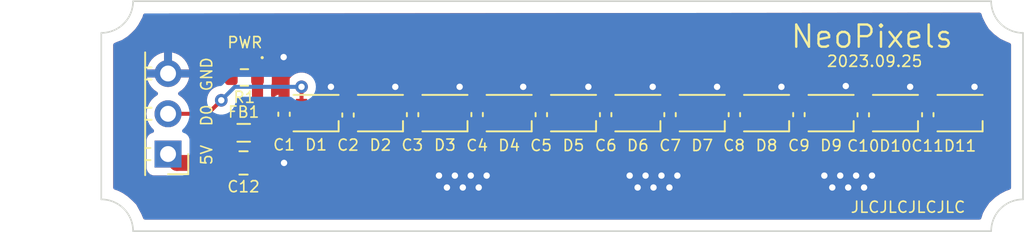
<source format=kicad_pcb>
(kicad_pcb (version 20221018) (generator pcbnew)
  (layers (0 "F.Cu" signal) (31 "B.Cu" signal) (34 "B.Paste" user) (35 "F.Paste" user) (36 "B.SilkS" user "B.Silkscreen") (37 "F.SilkS" user "F.Silkscreen") (38 "B.Mask" user) (39 "F.Mask" user) (44 "Edge.Cuts" user))
  (net 0 "")
  (net 1 "+5V")
  (net 2 "GND")
  (net 3 "Net-(D1-DOUT)")
  (net 4 "D0")
  (net 5 "Net-(D2-DOUT)")
  (net 6 "Net-(D3-DOUT)")
  (net 7 "Net-(D4-DOUT)")
  (net 8 "Net-(D5-DOUT)")
  (net 9 "Net-(D6-DOUT)")
  (net 10 "Net-(D7-DOUT)")
  (net 11 "Net-(D8-DOUT)")
  (net 12 "Net-(D10-DIN)")
  (net 13 "Net-(D10-DOUT)")
  (net 14 "/NeoPixels 1|11/DOUT")
  (net 15 "Net-(J1-Pin_1)")
  (net 16 "Net-(D14-A)")
  (footprint "LED_SMD:LED_WS2812B-2020_PLCC4_2.0x2.0mm" (layer "F.Cu") (at 236.365 110.56 180)
    (fp_text reference "D8" (at 0 -2.04) (layer "F.SilkS") (effects (font (size 0.7 0.7) (thickness 0.1))))
    (fp_text value "WS2812B" hide)
    (fp_line (start -1.42 -1.15) (end -1.42 -0.5) (stroke (width 0.12)) (layer "F.SilkS"))
    (fp_line (start -1.42 -1.15) (end 1.42 -1.15) (stroke (width 0.12)) (layer "F.SilkS"))
    (fp_line (start -1.42 1.15) (end 1.42 1.15) (stroke (width 0.12)) (layer "F.SilkS"))
    (pad "1" smd rect (at -0.915 -0.55 180) (size 0.7 0.7) (layers "F.Cu" "F.Paste" "F.Mask") (net 11 "Net-(D8-DOUT)"))
    (pad "2" smd rect (at -0.915 0.55 180) (size 0.7 0.7) (layers "F.Cu" "F.Paste" "F.Mask") (net 2 "GND"))
    (pad "3" smd rect (at 0.915 0.55 180) (size 0.7 0.7) (layers "F.Cu" "F.Paste" "F.Mask") (net 10 "Net-(D7-DOUT)"))
    (pad "4" smd rect (at 0.915 -0.55 180) (size 0.7 0.7) (layers "F.Cu" "F.Paste" "F.Mask") (net 1 "+5V"))
  )
  (footprint "LED_SMD:LED_WS2812B-2020_PLCC4_2.0x2.0mm" (layer "F.Cu") (at 232.315 110.56 180)
    (fp_text reference "D7" (at 0 -2.04) (layer "F.SilkS") (effects (font (size 0.7 0.7) (thickness 0.1))))
    (fp_text value "WS2812B" hide)
    (fp_line (start -1.42 -1.15) (end -1.42 -0.5) (stroke (width 0.12)) (layer "F.SilkS"))
    (fp_line (start -1.42 -1.15) (end 1.42 -1.15) (stroke (width 0.12)) (layer "F.SilkS"))
    (fp_line (start -1.42 1.15) (end 1.42 1.15) (stroke (width 0.12)) (layer "F.SilkS"))
    (pad "1" smd rect (at -0.915 -0.55 180) (size 0.7 0.7) (layers "F.Cu" "F.Paste" "F.Mask") (net 10 "Net-(D7-DOUT)"))
    (pad "2" smd rect (at -0.915 0.55 180) (size 0.7 0.7) (layers "F.Cu" "F.Paste" "F.Mask") (net 2 "GND"))
    (pad "3" smd rect (at 0.915 0.55 180) (size 0.7 0.7) (layers "F.Cu" "F.Paste" "F.Mask") (net 9 "Net-(D6-DOUT)"))
    (pad "4" smd rect (at 0.915 -0.55 180) (size 0.7 0.7) (layers "F.Cu" "F.Paste" "F.Mask") (net 1 "+5V"))
  )
  (footprint "Capacitor_SMD:C_0402_1005Metric" (layer "F.Cu") (at 214.09 110.655 90)
    (fp_text reference "C3" (at -1.92 -0.015 180) (layer "F.SilkS") (effects (font (size 0.7 0.7) (thickness 0.1))))
    (fp_text value "100n" hide)
    (fp_line (start -0.107836 -0.36) (end 0.107836 -0.36) (stroke (width 0.12)) (layer "F.SilkS"))
    (fp_line (start -0.107836 0.36) (end 0.107836 0.36) (stroke (width 0.12)) (layer "F.SilkS"))
    (pad "1" smd roundrect (at -0.48 0 90) (size 0.56 0.62) (layers "F.Cu" "F.Paste" "F.Mask") (net 1 "+5V"))
    (pad "2" smd roundrect (at 0.48 0 90) (size 0.56 0.62) (layers "F.Cu" "F.Paste" "F.Mask") (net 2 "GND"))
  )
  (footprint "Capacitor_SMD:C_0402_1005Metric" (layer "F.Cu") (at 222.19 110.655 90)
    (fp_text reference "C5" (at -1.945 -0.015 180) (layer "F.SilkS") (effects (font (size 0.7 0.7) (thickness 0.1))))
    (fp_text value "100n" hide)
    (fp_line (start -0.107836 -0.36) (end 0.107836 -0.36) (stroke (width 0.12)) (layer "F.SilkS"))
    (fp_line (start -0.107836 0.36) (end 0.107836 0.36) (stroke (width 0.12)) (layer "F.SilkS"))
    (pad "1" smd roundrect (at -0.48 0 90) (size 0.56 0.62) (layers "F.Cu" "F.Paste" "F.Mask") (net 1 "+5V"))
    (pad "2" smd roundrect (at 0.48 0 90) (size 0.56 0.62) (layers "F.Cu" "F.Paste" "F.Mask") (net 2 "GND"))
  )
  (footprint "Capacitor_SMD:C_0402_1005Metric" (layer "F.Cu") (at 210.025 110.68 90)
    (fp_text reference "C2" (at -1.895 0 180) (layer "F.SilkS") (effects (font (size 0.7 0.7) (thickness 0.1))))
    (fp_text value "100n" hide)
    (fp_line (start -0.107836 -0.36) (end 0.107836 -0.36) (stroke (width 0.12)) (layer "F.SilkS"))
    (fp_line (start -0.107836 0.36) (end 0.107836 0.36) (stroke (width 0.12)) (layer "F.SilkS"))
    (pad "1" smd roundrect (at -0.48 0 90) (size 0.56 0.62) (layers "F.Cu" "F.Paste" "F.Mask") (net 1 "+5V"))
    (pad "2" smd roundrect (at 0.48 0 90) (size 0.56 0.62) (layers "F.Cu" "F.Paste" "F.Mask") (net 2 "GND"))
  )
  (footprint "Capacitor_SMD:C_0805_2012Metric" (layer "F.Cu") (at 203.45 113.7 180)
    (fp_text reference "C12" (at 0 -1.5 180) (layer "F.SilkS") (effects (font (size 0.7 0.7) (thickness 0.1))))
    (fp_text value "10u" hide)
    (fp_line (start -0.261252 -0.735) (end 0.261252 -0.735) (stroke (width 0.12)) (layer "F.SilkS"))
    (fp_line (start -0.261252 0.735) (end 0.261252 0.735) (stroke (width 0.12)) (layer "F.SilkS"))
    (pad "1" smd roundrect (at -0.95 0 180) (size 1 1.45) (layers "F.Cu" "F.Paste" "F.Mask") (net 2 "GND"))
    (pad "2" smd roundrect (at 0.95 0 180) (size 1 1.45) (layers "F.Cu" "F.Paste" "F.Mask") (net 15 "Net-(J1-Pin_1)"))
  )
  (footprint "LED_SMD:LED_WS2812B-2020_PLCC4_2.0x2.0mm" (layer "F.Cu") (at 208.015 110.56 180)
    (fp_text reference "D1" (at 0 -2) (layer "F.SilkS") (effects (font (size 0.7 0.7) (thickness 0.1))))
    (fp_text value "WS2812B" hide)
    (fp_line (start -1.42 -1.15) (end -1.42 -0.5) (stroke (width 0.12)) (layer "F.SilkS"))
    (fp_line (start -1.42 -1.15) (end 1.42 -1.15) (stroke (width 0.12)) (layer "F.SilkS"))
    (fp_line (start -1.42 1.15) (end 1.42 1.15) (stroke (width 0.12)) (layer "F.SilkS"))
    (pad "1" smd rect (at -0.915 -0.55 180) (size 0.7 0.7) (layers "F.Cu" "F.Paste" "F.Mask") (net 3 "Net-(D1-DOUT)"))
    (pad "2" smd rect (at -0.915 0.55 180) (size 0.7 0.7) (layers "F.Cu" "F.Paste" "F.Mask") (net 2 "GND"))
    (pad "3" smd rect (at 0.915 0.55 180) (size 0.7 0.7) (layers "F.Cu" "F.Paste" "F.Mask") (net 4 "D0"))
    (pad "4" smd rect (at 0.915 -0.55 180) (size 0.7 0.7) (layers "F.Cu" "F.Paste" "F.Mask") (net 1 "+5V"))
  )
  (footprint "LED_SMD:LED_WS2812B-2020_PLCC4_2.0x2.0mm" (layer "F.Cu") (at 216.125 110.56 180)
    (fp_text reference "D3" (at 0 -2.015) (layer "F.SilkS") (effects (font (size 0.7 0.7) (thickness 0.1))))
    (fp_text value "WS2812B" hide)
    (fp_line (start -1.42 -1.15) (end -1.42 -0.5) (stroke (width 0.12)) (layer "F.SilkS"))
    (fp_line (start -1.42 -1.15) (end 1.42 -1.15) (stroke (width 0.12)) (layer "F.SilkS"))
    (fp_line (start -1.42 1.15) (end 1.42 1.15) (stroke (width 0.12)) (layer "F.SilkS"))
    (pad "1" smd rect (at -0.915 -0.55 180) (size 0.7 0.7) (layers "F.Cu" "F.Paste" "F.Mask") (net 6 "Net-(D3-DOUT)"))
    (pad "2" smd rect (at -0.915 0.55 180) (size 0.7 0.7) (layers "F.Cu" "F.Paste" "F.Mask") (net 2 "GND"))
    (pad "3" smd rect (at 0.915 0.55 180) (size 0.7 0.7) (layers "F.Cu" "F.Paste" "F.Mask") (net 5 "Net-(D2-DOUT)"))
    (pad "4" smd rect (at 0.915 -0.55 180) (size 0.7 0.7) (layers "F.Cu" "F.Paste" "F.Mask") (net 1 "+5V"))
  )
  (footprint "LED_SMD:LED_WS2812B-2020_PLCC4_2.0x2.0mm" (layer "F.Cu") (at 244.475 110.56 180)
    (fp_text reference "D10" (at 0 -2.065) (layer "F.SilkS") (effects (font (size 0.7 0.7) (thickness 0.1))))
    (fp_text value "WS2812B" hide)
    (fp_line (start -1.42 -1.15) (end -1.42 -0.5) (stroke (width 0.12)) (layer "F.SilkS"))
    (fp_line (start -1.42 -1.15) (end 1.42 -1.15) (stroke (width 0.12)) (layer "F.SilkS"))
    (fp_line (start -1.42 1.15) (end 1.42 1.15) (stroke (width 0.12)) (layer "F.SilkS"))
    (pad "1" smd rect (at -0.915 -0.55 180) (size 0.7 0.7) (layers "F.Cu" "F.Paste" "F.Mask") (net 13 "Net-(D10-DOUT)"))
    (pad "2" smd rect (at -0.915 0.55 180) (size 0.7 0.7) (layers "F.Cu" "F.Paste" "F.Mask") (net 2 "GND"))
    (pad "3" smd rect (at 0.915 0.55 180) (size 0.7 0.7) (layers "F.Cu" "F.Paste" "F.Mask") (net 12 "Net-(D10-DIN)"))
    (pad "4" smd rect (at 0.915 -0.55 180) (size 0.7 0.7) (layers "F.Cu" "F.Paste" "F.Mask") (net 1 "+5V"))
  )
  (footprint "LED_SMD:LED_WS2812B-2020_PLCC4_2.0x2.0mm" (layer "F.Cu") (at 228.265 110.56 180)
    (fp_text reference "D6" (at 0 -2.04) (layer "F.SilkS") (effects (font (size 0.7 0.7) (thickness 0.1))))
    (fp_text value "WS2812B" hide)
    (fp_line (start -1.42 -1.15) (end -1.42 -0.5) (stroke (width 0.12)) (layer "F.SilkS"))
    (fp_line (start -1.42 -1.15) (end 1.42 -1.15) (stroke (width 0.12)) (layer "F.SilkS"))
    (fp_line (start -1.42 1.15) (end 1.42 1.15) (stroke (width 0.12)) (layer "F.SilkS"))
    (pad "1" smd rect (at -0.915 -0.55 180) (size 0.7 0.7) (layers "F.Cu" "F.Paste" "F.Mask") (net 9 "Net-(D6-DOUT)"))
    (pad "2" smd rect (at -0.915 0.55 180) (size 0.7 0.7) (layers "F.Cu" "F.Paste" "F.Mask") (net 2 "GND"))
    (pad "3" smd rect (at 0.915 0.55 180) (size 0.7 0.7) (layers "F.Cu" "F.Paste" "F.Mask") (net 8 "Net-(D5-DOUT)"))
    (pad "4" smd rect (at 0.915 -0.55 180) (size 0.7 0.7) (layers "F.Cu" "F.Paste" "F.Mask") (net 1 "+5V"))
  )
  (footprint "LED_SMD:LED_WS2812B-2020_PLCC4_2.0x2.0mm" (layer "F.Cu") (at 212.065 110.56 180)
    (fp_text reference "D2" (at 0 -2.015) (layer "F.SilkS") (effects (font (size 0.7 0.7) (thickness 0.1))))
    (fp_text value "WS2812B" hide)
    (fp_line (start -1.42 -1.15) (end -1.42 -0.5) (stroke (width 0.12)) (layer "F.SilkS"))
    (fp_line (start -1.42 -1.15) (end 1.42 -1.15) (stroke (width 0.12)) (layer "F.SilkS"))
    (fp_line (start -1.42 1.15) (end 1.42 1.15) (stroke (width 0.12)) (layer "F.SilkS"))
    (pad "1" smd rect (at -0.915 -0.55 180) (size 0.7 0.7) (layers "F.Cu" "F.Paste" "F.Mask") (net 5 "Net-(D2-DOUT)"))
    (pad "2" smd rect (at -0.915 0.55 180) (size 0.7 0.7) (layers "F.Cu" "F.Paste" "F.Mask") (net 2 "GND"))
    (pad "3" smd rect (at 0.915 0.55 180) (size 0.7 0.7) (layers "F.Cu" "F.Paste" "F.Mask") (net 3 "Net-(D1-DOUT)"))
    (pad "4" smd rect (at 0.915 -0.55 180) (size 0.7 0.7) (layers "F.Cu" "F.Paste" "F.Mask") (net 1 "+5V"))
  )
  (footprint "Capacitor_SMD:C_0402_1005Metric" (layer "F.Cu") (at 234.34 110.655 90)
    (fp_text reference "C8" (at -1.945 -0.015 180) (layer "F.SilkS") (effects (font (size 0.7 0.7) (thickness 0.1))))
    (fp_text value "100n" hide)
    (fp_line (start -0.107836 -0.36) (end 0.107836 -0.36) (stroke (width 0.12)) (layer "F.SilkS"))
    (fp_line (start -0.107836 0.36) (end 0.107836 0.36) (stroke (width 0.12)) (layer "F.SilkS"))
    (pad "1" smd roundrect (at -0.48 0 90) (size 0.56 0.62) (layers "F.Cu" "F.Paste" "F.Mask") (net 1 "+5V"))
    (pad "2" smd roundrect (at 0.48 0 90) (size 0.56 0.62) (layers "F.Cu" "F.Paste" "F.Mask") (net 2 "GND"))
  )
  (footprint "Capacitor_SMD:C_0402_1005Metric" (layer "F.Cu") (at 230.29 110.655 90)
    (fp_text reference "C7" (at -1.945 0.01 180) (layer "F.SilkS") (effects (font (size 0.7 0.7) (thickness 0.1))))
    (fp_text value "100n" hide)
    (fp_line (start -0.107836 -0.36) (end 0.107836 -0.36) (stroke (width 0.12)) (layer "F.SilkS"))
    (fp_line (start -0.107836 0.36) (end 0.107836 0.36) (stroke (width 0.12)) (layer "F.SilkS"))
    (pad "1" smd roundrect (at -0.48 0 90) (size 0.56 0.62) (layers "F.Cu" "F.Paste" "F.Mask") (net 1 "+5V"))
    (pad "2" smd roundrect (at 0.48 0 90) (size 0.56 0.62) (layers "F.Cu" "F.Paste" "F.Mask") (net 2 "GND"))
  )
  (footprint "Capacitor_SMD:C_0402_1005Metric" (layer "F.Cu") (at 246.51 110.66 90)
    (fp_text reference "C11" (at -1.965 -0.01 180) (layer "F.SilkS") (effects (font (size 0.7 0.7) (thickness 0.1))))
    (fp_text value "100n" hide)
    (fp_line (start -0.107836 -0.36) (end 0.107836 -0.36) (stroke (width 0.12)) (layer "F.SilkS"))
    (fp_line (start -0.107836 0.36) (end 0.107836 0.36) (stroke (width 0.12)) (layer "F.SilkS"))
    (pad "1" smd roundrect (at -0.48 0 90) (size 0.56 0.62) (layers "F.Cu" "F.Paste" "F.Mask") (net 1 "+5V"))
    (pad "2" smd roundrect (at 0.48 0 90) (size 0.56 0.62) (layers "F.Cu" "F.Paste" "F.Mask") (net 2 "GND"))
  )
  (footprint "Capacitor_SMD:C_0402_1005Metric" (layer "F.Cu") (at 242.45 110.665 90)
    (fp_text reference "C10" (at -1.96 0 180) (layer "F.SilkS") (effects (font (size 0.7 0.7) (thickness 0.1))))
    (fp_text value "100n" hide)
    (fp_line (start -0.107836 -0.36) (end 0.107836 -0.36) (stroke (width 0.12)) (layer "F.SilkS"))
    (fp_line (start -0.107836 0.36) (end 0.107836 0.36) (stroke (width 0.12)) (layer "F.SilkS"))
    (pad "1" smd roundrect (at -0.48 0 90) (size 0.56 0.62) (layers "F.Cu" "F.Paste" "F.Mask") (net 1 "+5V"))
    (pad "2" smd roundrect (at 0.48 0 90) (size 0.56 0.62) (layers "F.Cu" "F.Paste" "F.Mask") (net 2 "GND"))
  )
  (footprint "Inductor_SMD:L_0805_2012Metric" (layer "F.Cu") (at 203.4625 111.8)
    (fp_text reference "FB1" (at -0.0025 -1.31 180) (layer "F.SilkS") (effects (font (size 0.7 0.7) (thickness 0.1))))
    (fp_text value "FerriteBead_Small" hide)
    (fp_line (start -0.399622 -0.56) (end 0.399622 -0.56) (stroke (width 0.12)) (layer "F.SilkS"))
    (fp_line (start -0.399622 0.56) (end 0.399622 0.56) (stroke (width 0.12)) (layer "F.SilkS"))
    (pad "1" smd roundrect (at -1.0625 0) (size 0.875 1.2) (layers "F.Cu" "F.Paste" "F.Mask") (net 15 "Net-(J1-Pin_1)"))
    (pad "2" smd roundrect (at 1.0625 0) (size 0.875 1.2) (layers "F.Cu" "F.Paste" "F.Mask") (net 1 "+5V"))
  )
  (footprint "Capacitor_SMD:C_0402_1005Metric" (layer "F.Cu") (at 238.4 110.655 90)
    (fp_text reference "C9" (at -1.945 0 180) (layer "F.SilkS") (effects (font (size 0.7 0.7) (thickness 0.1))))
    (fp_text value "100n" hide)
    (fp_line (start -0.107836 -0.36) (end 0.107836 -0.36) (stroke (width 0.12)) (layer "F.SilkS"))
    (fp_line (start -0.107836 0.36) (end 0.107836 0.36) (stroke (width 0.12)) (layer "F.SilkS"))
    (pad "1" smd roundrect (at -0.48 0 90) (size 0.56 0.62) (layers "F.Cu" "F.Paste" "F.Mask") (net 1 "+5V"))
    (pad "2" smd roundrect (at 0.48 0 90) (size 0.56 0.62) (layers "F.Cu" "F.Paste" "F.Mask") (net 2 "GND"))
  )
  (footprint "Connector_PinHeader_2.54mm:PinHeader_1x03_P2.54mm_Horizontal" (layer "F.Cu") (at 198.7 113.14 180)
    (fp_text reference "J1" hide)
    (fp_text value "Conn_01x03_Pin" hide)
    (fp_line (start -1.27 -1.27) (end 0 -1.27) (stroke (width 0.12)) (layer "F.SilkS"))
    (fp_line (start -1.27 0) (end -1.27 -1.27) (stroke (width 0.12)) (layer "F.SilkS"))
    (fp_line (start 1.042929 2.16) (end 1.44 2.16) (stroke (width 0.12)) (layer "F.SilkS"))
    (fp_line (start 1.042929 2.92) (end 1.44 2.92) (stroke (width 0.12)) (layer "F.SilkS"))
    (fp_line (start 1.042929 4.7) (end 1.44 4.7) (stroke (width 0.12)) (layer "F.SilkS"))
    (fp_line (start 1.042929 5.46) (end 1.44 5.46) (stroke (width 0.12)) (layer "F.SilkS"))
    (fp_line (start 1.11 -0.38) (end 1.44 -0.38) (stroke (width 0.12)) (layer "F.SilkS"))
    (fp_line (start 1.11 0.38) (end 1.44 0.38) (stroke (width 0.12)) (layer "F.SilkS"))
    (fp_line (start 1.44 -1.33) (end 1.44 6.41) (stroke (width 0.12)) (layer "F.SilkS"))
    (pad "1" thru_hole rect (at 0 0 180) (size 1.7 1.7) (drill 1) (layers "*.Cu" "*.Mask") (net 15 "Net-(J1-Pin_1)"))
    (pad "2" thru_hole oval (at 0 2.54 180) (size 1.7 1.7) (drill 1) (layers "*.Cu" "*.Mask") (net 4 "D0"))
    (pad "3" thru_hole oval (at 0 5.08 180) (size 1.7 1.7) (drill 1) (layers "*.Cu" "*.Mask") (net 2 "GND"))
  )
  (footprint "Capacitor_SMD:C_0402_1005Metric" (layer "F.Cu") (at 218.15 110.65 90)
    (fp_text reference "C4" (at -1.95 0 180) (layer "F.SilkS") (effects (font (size 0.7 0.7) (thickness 0.1))))
    (fp_text value "100n" hide)
    (fp_line (start -0.107836 -0.36) (end 0.107836 -0.36) (stroke (width 0.12)) (layer "F.SilkS"))
    (fp_line (start -0.107836 0.36) (end 0.107836 0.36) (stroke (width 0.12)) (layer "F.SilkS"))
    (pad "1" smd roundrect (at -0.48 0 90) (size 0.56 0.62) (layers "F.Cu" "F.Paste" "F.Mask") (net 1 "+5V"))
    (pad "2" smd roundrect (at 0.48 0 90) (size 0.56 0.62) (layers "F.Cu" "F.Paste" "F.Mask") (net 2 "GND"))
  )
  (footprint "Capacitor_SMD:C_0402_1005Metric" (layer "F.Cu") (at 206 110.63 90)
    (fp_text reference "C1" (at -1.93 0 180) (layer "F.SilkS") (effects (font (size 0.7 0.7) (thickness 0.1))))
    (fp_text value "100n" hide)
    (fp_line (start -0.107836 -0.36) (end 0.107836 -0.36) (stroke (width 0.12)) (layer "F.SilkS"))
    (fp_line (start -0.107836 0.36) (end 0.107836 0.36) (stroke (width 0.12)) (layer "F.SilkS"))
    (pad "1" smd roundrect (at -0.48 0 90) (size 0.56 0.62) (layers "F.Cu" "F.Paste" "F.Mask") (net 1 "+5V"))
    (pad "2" smd roundrect (at 0.48 0 90) (size 0.56 0.62) (layers "F.Cu" "F.Paste" "F.Mask") (net 2 "GND"))
  )
  (footprint "LED_SMD:LED_WS2812B-2020_PLCC4_2.0x2.0mm" (layer "F.Cu") (at 248.54 110.56 180)
    (fp_text reference "D11" (at 0 -2.065) (layer "F.SilkS") (effects (font (size 0.7 0.7) (thickness 0.1))))
    (fp_text value "WS2812B" hide)
    (fp_line (start -1.42 -1.15) (end -1.42 -0.5) (stroke (width 0.12)) (layer "F.SilkS"))
    (fp_line (start -1.42 -1.15) (end 1.42 -1.15) (stroke (width 0.12)) (layer "F.SilkS"))
    (fp_line (start -1.42 1.15) (end 1.42 1.15) (stroke (width 0.12)) (layer "F.SilkS"))
    (pad "1" smd rect (at -0.915 -0.55 180) (size 0.7 0.7) (layers "F.Cu" "F.Paste" "F.Mask") (net 14 "/NeoPixels 1|11/DOUT"))
    (pad "2" smd rect (at -0.915 0.55 180) (size 0.7 0.7) (layers "F.Cu" "F.Paste" "F.Mask") (net 2 "GND"))
    (pad "3" smd rect (at 0.915 0.55 180) (size 0.7 0.7) (layers "F.Cu" "F.Paste" "F.Mask") (net 13 "Net-(D10-DOUT)"))
    (pad "4" smd rect (at 0.915 -0.55 180) (size 0.7 0.7) (layers "F.Cu" "F.Paste" "F.Mask") (net 1 "+5V"))
  )
  (footprint "LED_SMD:LED_WS2812B-2020_PLCC4_2.0x2.0mm" (layer "F.Cu") (at 240.425 110.56 180)
    (fp_text reference "D9" (at 0 -2.04) (layer "F.SilkS") (effects (font (size 0.7 0.7) (thickness 0.1))))
    (fp_text value "WS2812B" hide)
    (fp_line (start -1.42 -1.15) (end -1.42 -0.5) (stroke (width 0.12)) (layer "F.SilkS"))
    (fp_line (start -1.42 -1.15) (end 1.42 -1.15) (stroke (width 0.12)) (layer "F.SilkS"))
    (fp_line (start -1.42 1.15) (end 1.42 1.15) (stroke (width 0.12)) (layer "F.SilkS"))
    (pad "1" smd rect (at -0.915 -0.55 180) (size 0.7 0.7) (layers "F.Cu" "F.Paste" "F.Mask") (net 12 "Net-(D10-DIN)"))
    (pad "2" smd rect (at -0.915 0.55 180) (size 0.7 0.7) (layers "F.Cu" "F.Paste" "F.Mask") (net 2 "GND"))
    (pad "3" smd rect (at 0.915 0.55 180) (size 0.7 0.7) (layers "F.Cu" "F.Paste" "F.Mask") (net 11 "Net-(D8-DOUT)"))
    (pad "4" smd rect (at 0.915 -0.55 180) (size 0.7 0.7) (layers "F.Cu" "F.Paste" "F.Mask") (net 1 "+5V"))
  )
  (footprint "LED_SMD:LED_WS2812B-2020_PLCC4_2.0x2.0mm" (layer "F.Cu") (at 224.215 110.56 180)
    (fp_text reference "D5" (at 0 -2.04) (layer "F.SilkS") (effects (font (size 0.7 0.7) (thickness 0.1))))
    (fp_text value "WS2812B" hide)
    (fp_line (start -1.42 -1.15) (end -1.42 -0.5) (stroke (width 0.12)) (layer "F.SilkS"))
    (fp_line (start -1.42 -1.15) (end 1.42 -1.15) (stroke (width 0.12)) (layer "F.SilkS"))
    (fp_line (start -1.42 1.15) (end 1.42 1.15) (stroke (width 0.12)) (layer "F.SilkS"))
    (pad "1" smd rect (at -0.915 -0.55 180) (size 0.7 0.7) (layers "F.Cu" "F.Paste" "F.Mask") (net 8 "Net-(D5-DOUT)"))
    (pad "2" smd rect (at -0.915 0.55 180) (size 0.7 0.7) (layers "F.Cu" "F.Paste" "F.Mask") (net 2 "GND"))
    (pad "3" smd rect (at 0.915 0.55 180) (size 0.7 0.7) (layers "F.Cu" "F.Paste" "F.Mask") (net 7 "Net-(D4-DOUT)"))
    (pad "4" smd rect (at 0.915 -0.55 180) (size 0.7 0.7) (layers "F.Cu" "F.Paste" "F.Mask") (net 1 "+5V"))
  )
  (footprint "LED_SMD:LED_WS2812B-2020_PLCC4_2.0x2.0mm" (layer "F.Cu") (at 220.165 110.56 180)
    (fp_text reference "D4" (at 0 -2.04) (layer "F.SilkS") (effects (font (size 0.7 0.7) (thickness 0.1))))
    (fp_text value "WS2812B" hide)
    (fp_line (start -1.42 -1.15) (end -1.42 -0.5) (stroke (width 0.12)) (layer "F.SilkS"))
    (fp_line (start -1.42 -1.15) (end 1.42 -1.15) (stroke (width 0.12)) (layer "F.SilkS"))
    (fp_line (start -1.42 1.15) (end 1.42 1.15) (stroke (width 0.12)) (layer "F.SilkS"))
    (pad "1" smd rect (at -0.915 -0.55 180) (size 0.7 0.7) (layers "F.Cu" "F.Paste" "F.Mask") (net 7 "Net-(D4-DOUT)"))
    (pad "2" smd rect (at -0.915 0.55 180) (size 0.7 0.7) (layers "F.Cu" "F.Paste" "F.Mask") (net 2 "GND"))
    (pad "3" smd rect (at 0.915 0.55 180) (size 0.7 0.7) (layers "F.Cu" "F.Paste" "F.Mask") (net 6 "Net-(D3-DOUT)"))
    (pad "4" smd rect (at 0.915 -0.55 180) (size 0.7 0.7) (layers "F.Cu" "F.Paste" "F.Mask") (net 1 "+5V"))
  )
  (footprint "LED_SMD:LED_0402_1005Metric" (layer "F.Cu") (at 203.535 107.06 180)
    (fp_text reference "PWR" (at 0 0.95) (layer "F.SilkS") (effects (font (size 0.7 0.7) (thickness 0.1))))
    (fp_text value "LED" hide)
    (fp_circle (center -1.09 0) (end -1.04 0) (stroke (width 0.1)) (fill none) (layer "F.SilkS"))
    (pad "1" smd roundrect (at -0.485 0 180) (size 0.59 0.64) (layers "F.Cu" "F.Paste" "F.Mask") (net 2 "GND"))
    (pad "2" smd roundrect (at 0.485 0 180) (size 0.59 0.64) (layers "F.Cu" "F.Paste" "F.Mask") (net 16 "Net-(D14-A)"))
  )
  (footprint "Resistor_SMD:R_0603_1608Metric" (layer "F.Cu") (at 203.505 108.31 180)
    (fp_text reference "R1" (at 0.005 -1.25) (layer "F.SilkS") (effects (font (size 0.7 0.7) (thickness 0.1))))
    (fp_text value "1k0" hide)
    (fp_line (start -0.237258 -0.5225) (end 0.237258 -0.5225) (stroke (width 0.12)) (layer "F.SilkS"))
    (fp_line (start -0.237258 0.5225) (end 0.237258 0.5225) (stroke (width 0.12)) (layer "F.SilkS"))
    (pad "1" smd roundrect (at -0.825 0 180) (size 0.8 0.95) (layers "F.Cu" "F.Paste" "F.Mask") (net 1 "+5V"))
    (pad "2" smd roundrect (at 0.825 0 180) (size 0.8 0.95) (layers "F.Cu" "F.Paste" "F.Mask") (net 16 "Net-(D14-A)"))
  )
  (footprint "Capacitor_SMD:C_0402_1005Metric" (layer "F.Cu") (at 226.24 110.655 90)
    (fp_text reference "C6" (at -1.945 0.01 180) (layer "F.SilkS") (effects (font (size 0.7 0.7) (thickness 0.1))))
    (fp_text value "100n" hide)
    (fp_line (start -0.107836 -0.36) (end 0.107836 -0.36) (stroke (width 0.12)) (layer "F.SilkS"))
    (fp_line (start -0.107836 0.36) (end 0.107836 0.36) (stroke (width 0.12)) (layer "F.SilkS"))
    (pad "1" smd roundrect (at -0.48 0 90) (size 0.56 0.62) (layers "F.Cu" "F.Paste" "F.Mask") (net 1 "+5V"))
    (pad "2" smd roundrect (at 0.48 0 90) (size 0.56 0.62) (layers "F.Cu" "F.Paste" "F.Mask") (net 2 "GND"))
  )
  (gr_line (start 250.5 118) (end 196.5 118) (stroke (width 0.1)) (layer "Edge.Cuts"))
  (gr_arc (start 194.5 116) (mid 195.914214 116.585786) (end 196.5 118) (stroke (width 0.1)) (layer "Edge.Cuts"))
  (gr_arc (start 250.5 118) (mid 251.085786 116.585786) (end 252.5 116) (stroke (width 0.1)) (layer "Edge.Cuts"))
  (gr_arc (start 196.5 103.5) (mid 195.914214 104.914214) (end 194.5 105.5) (stroke (width 0.1)) (layer "Edge.Cuts"))
  (gr_line (start 194.5 116) (end 194.5 105.5) (stroke (width 0.1)) (layer "Edge.Cuts"))
  (gr_arc (start 252.5 105.5) (mid 251.085786 104.914214) (end 250.5 103.5) (stroke (width 0.1)) (layer "Edge.Cuts"))
  (gr_line (start 250.5 103.5) (end 196.5 103.5) (stroke (width 0.1)) (layer "Edge.Cuts"))
  (gr_line (start 252.5 116) (end 252.5 105.5) (stroke (width 0.1)) (layer "Edge.Cuts"))
  (gr_text "JLCJLCJLCJLC" (at 241.6 116.9) (layer "F.SilkS") (effects (font (size 0.7 0.7) (thickness 0.1)) (justify left bottom)))
  (gr_text "GND" (at 201.54 109.24 90) (layer "F.SilkS") (effects (font (size 0.7 0.7) (thickness 0.1)) (justify left bottom)))
  (gr_text "2023.09.25" (at 240.1 107.7) (layer "F.SilkS") (effects (font (size 0.7 0.7) (thickness 0.1)) (justify left bottom)))
  (gr_text "D0" (at 201.54 111.45 90) (layer "F.SilkS") (effects (font (size 0.7 0.7) (thickness 0.1)) (justify left bottom)))
  (gr_text "NeoPixels" (at 237.8 106.55) (layer "F.SilkS") (effects (font (size 1.4 1.4)) (justify left bottom)))
  (gr_text "5V" (at 201.54 113.9 90) (layer "F.SilkS") (effects (font (size 0.7 0.7) (thickness 0.1)) (justify left bottom)))
  (segment (start 236.35 112.01) (end 238.18 112.01) (width 0.7) (layer "F.Cu") (net 1))
  (segment (start 226.03 112.01) (end 226.24 111.8) (width 0.7) (layer "F.Cu") (net 1))
  (segment (start 239.51 111.11) (end 240.41 112.01) (width 0.7) (layer "F.Cu") (net 1))
  (segment (start 204.33 111.605) (end 204.525 111.8) (width 0.7) (layer "F.Cu") (net 1))
  (segment (start 213.88 112.01) (end 214.09 111.8) (width 0.7) (layer "F.Cu") (net 1))
  (segment (start 210.025 111.815) (end 210.025 111.16) (width 0.7) (layer "F.Cu") (net 1))
  (segment (start 226.24 111.135) (end 227.325 111.135) (width 0.7) (layer "F.Cu") (net 1))
  (segment (start 218.15 111.75) (end 218.15 111.13) (width 0.7) (layer "F.Cu") (net 1))
  (segment (start 224.2 112.01) (end 226.03 112.01) (width 0.7) (layer "F.Cu") (net 1))
  (segment (start 204.33 108.31) (end 204.33 111.605) (width 0.7) (layer "F.Cu") (net 1))
  (segment (start 222.19 111.135) (end 223.275 111.135) (width 0.7) (layer "F.Cu") (net 1))
  (segment (start 242.45 111.145) (end 243.525 111.145) (width 0.7) (layer "F.Cu") (net 1))
  (segment (start 239.485 111.135) (end 239.51 111.11) (width 0.7) (layer "F.Cu") (net 1))
  (segment (start 227.35 111.11) (end 228.25 112.01) (width 0.7) (layer "F.Cu") (net 1))
  (segment (start 242.45 111.8) (end 242.45 111.145) (width 0.7) (layer "F.Cu") (net 1))
  (segment (start 217.89 112.01) (end 218.15 111.75) (width 0.7) (layer "F.Cu") (net 1))
  (segment (start 230.29 111.135) (end 231.375 111.135) (width 0.7) (layer "F.Cu") (net 1))
  (segment (start 219.23 111.13) (end 219.25 111.11) (width 0.7) (layer "F.Cu") (net 1))
  (segment (start 209.83 112.01) (end 210.025 111.815) (width 0.7) (layer "F.Cu") (net 1))
  (segment (start 246.29 112.01) (end 246.51 111.79) (width 0.7) (layer "F.Cu") (net 1))
  (segment (start 219.25 111.11) (end 220.15 112.01) (width 0.7) (layer "F.Cu") (net 1))
  (segment (start 214.09 111.8) (end 214.09 111.135) (width 0.7) (layer "F.Cu") (net 1))
  (segment (start 205.215 111.11) (end 204.525 111.8) (width 0.7) (layer "F.Cu") (net 1))
  (segment (start 208 112.01) (end 209.83 112.01) (width 0.7) (layer "F.Cu") (net 1))
  (segment (start 235.425 111.135) (end 235.45 111.11) (width 0.7) (layer "F.Cu") (net 1))
  (segment (start 221.98 112.01) (end 222.19 111.8) (width 0.7) (layer "F.Cu") (net 1))
  (segment (start 215.21 111.11) (end 216.11 112.01) (width 0.7) (layer "F.Cu") (net 1))
  (segment (start 244.46 112.01) (end 246.29 112.01) (width 0.7) (layer "F.Cu") (net 1))
  (segment (start 223.275 111.135) (end 223.3 111.11) (width 0.7) (layer "F.Cu") (net 1))
  (segment (start 240.41 112.01) (end 242.24 112.01) (width 0.7) (layer "F.Cu") (net 1))
  (segment (start 222.19 111.8) (end 222.19 111.135) (width 0.7) (layer "F.Cu") (net 1))
  (segment (start 230.08 112.01) (end 230.29 111.8) (width 0.7) (layer "F.Cu") (net 1))
  (segment (start 246.51 111.14) (end 247.595 111.14) (width 0.7) (layer "F.Cu") (net 1))
  (segment (start 206 111.11) (end 207.1 111.11) (width 0.7) (layer "F.Cu") (net 1))
  (segment (start 234.34 111.135) (end 235.425 111.135) (width 0.7) (layer "F.Cu") (net 1))
  (segment (start 246.51 111.79) (end 246.51 111.14) (width 0.7) (layer "F.Cu") (net 1))
  (segment (start 212.05 112.01) (end 213.88 112.01) (width 0.7) (layer "F.Cu") (net 1))
  (segment (start 206 111.11) (end 205.215 111.11) (width 0.7) (layer "F.Cu") (net 1))
  (segment (start 231.375 111.135) (end 231.4 111.11) (width 0.7) (layer "F.Cu") (net 1))
  (segment (start 207.1 111.11) (end 208 112.01) (width 0.7) (layer "F.Cu") (net 1))
  (segment (start 214.09 111.135) (end 215.185 111.135) (width 0.7) (layer "F.Cu") (net 1))
  (segment (start 234.13 112.01) (end 234.34 111.8) (width 0.7) (layer "F.Cu") (net 1))
  (segment (start 227.325 111.135) (end 227.35 111.11) (width 0.7) (layer "F.Cu") (net 1))
  (segment (start 247.595 111.14) (end 247.625 111.11) (width 0.7) (layer "F.Cu") (net 1))
  (segment (start 238.4 111.135) (end 239.485 111.135) (width 0.7) (layer "F.Cu") (net 1))
  (segment (start 228.25 112.01) (end 230.08 112.01) (width 0.7) (layer "F.Cu") (net 1))
  (segment (start 231.4 111.11) (end 232.3 112.01) (width 0.7) (layer "F.Cu") (net 1))
  (segment (start 216.11 112.01) (end 217.89 112.01) (width 0.7) (layer "F.Cu") (net 1))
  (segment (start 226.24 111.8) (end 226.24 111.135) (width 0.7) (layer "F.Cu") (net 1))
  (segment (start 210.025 111.16) (end 211.1 111.16) (width 0.7) (layer "F.Cu") (net 1))
  (segment (start 211.1 111.16) (end 211.15 111.11) (width 0.7) (layer "F.Cu") (net 1))
  (segment (start 243.525 111.145) (end 243.56 111.11) (width 0.7) (layer "F.Cu") (net 1))
  (segment (start 218.15 111.13) (end 219.23 111.13) (width 0.7) (layer "F.Cu") (net 1))
  (segment (start 242.24 112.01) (end 242.45 111.8) (width 0.7) (layer "F.Cu") (net 1))
  (segment (start 220.15 112.01) (end 221.98 112.01) (width 0.7) (layer "F.Cu") (net 1))
  (segment (start 234.34 111.8) (end 234.34 111.135) (width 0.7) (layer "F.Cu") (net 1))
  (segment (start 238.18 112.01) (end 238.4 111.79) (width 0.7) (layer "F.Cu") (net 1))
  (segment (start 235.45 111.11) (end 236.35 112.01) (width 0.7) (layer "F.Cu") (net 1))
  (segment (start 243.56 111.11) (end 244.46 112.01) (width 0.7) (layer "F.Cu") (net 1))
  (segment (start 211.15 111.11) (end 212.05 112.01) (width 0.7) (layer "F.Cu") (net 1))
  (segment (start 238.4 111.79) (end 238.4 111.135) (width 0.7) (layer "F.Cu") (net 1))
  (segment (start 230.29 111.8) (end 230.29 111.135) (width 0.7) (layer "F.Cu") (net 1))
  (segment (start 215.185 111.135) (end 215.21 111.11) (width 0.7) (layer "F.Cu") (net 1))
  (segment (start 232.3 112.01) (end 234.13 112.01) (width 0.7) (layer "F.Cu") (net 1))
  (segment (start 223.3 111.11) (end 224.2 112.01) (width 0.7) (layer "F.Cu") (net 1))
  (segment (start 213.925 110.01) (end 214.09 110.175) (width 0.7) (layer "F.Cu") (net 2))
  (segment (start 209.835 110.01) (end 210.025 110.2) (width 0.7) (layer "F.Cu") (net 2))
  (segment (start 221.08 110.01) (end 222.025 110.01) (width 0.7) (layer "F.Cu") (net 2))
  (segment (start 245.39 110.01) (end 245.39 108.91) (width 0.7) (layer "F.Cu") (net 2))
  (segment (start 249.455 108.905) (end 249.45 108.9) (width 0.7) (layer "F.Cu") (net 2))
  (segment (start 241.34 110.01) (end 242.275 110.01) (width 0.7) (layer "F.Cu") (net 2))
  (segment (start 238.235 110.01) (end 238.4 110.175) (width 0.7) (layer "F.Cu") (net 2))
  (segment (start 234.175 110.01) (end 234.34 110.175) (width 0.7) (layer "F.Cu") (net 2))
  (segment (start 241.34 110.01) (end 241.34 108.86) (width 0.7) (layer "F.Cu") (net 2))
  (segment (start 204.4 113.7) (end 206 113.7) (width 1) (layer "F.Cu") (net 2))
  (segment (start 212.98 110.01) (end 213.925 110.01) (width 0.7) (layer "F.Cu") (net 2))
  (segment (start 212.98 108.92) (end 213 108.9) (width 0.7) (layer "F.Cu") (net 2))
  (segment (start 221.08 110.01) (end 221.08 108.93) (width 0.7) (layer "F.Cu") (net 2))
  (segment (start 206 110.15) (end 206 108.44434) (width 0.7) (layer "F.Cu") (net 2))
  (segment (start 249.455 110.01) (end 249.455 108.905) (width 0.7) (layer "F.Cu") (net 2))
  (segment (start 217.99 110.01) (end 218.15 110.17) (width 0.7) (layer "F.Cu") (net 2))
  (segment (start 208.93 110.01) (end 209.835 110.01) (width 0.7) (layer "F.Cu") (net 2))
  (segment (start 229.18 110.01) (end 229.18 108.92) (width 0.7) (layer "F.Cu") (net 2))
  (segment (start 212.98 110.01) (end 212.98 108.92) (width 0.7) (layer "F.Cu") (net 2))
  (segment (start 208.93 110.01) (end 208.93 108.92) (width 0.7) (layer "F.Cu") (net 2))
  (segment (start 217.04 108.91) (end 217.05 108.9) (width 0.7) (layer "F.Cu") (net 2))
  (segment (start 205.975 107.05) (end 205.975 107.025) (width 0.7) (layer "F.Cu") (net 2))
  (segment (start 246.34 110.01) (end 246.51 110.18) (width 0.7) (layer "F.Cu") (net 2))
  (segment (start 241.34 108.86) (end 241.35 108.85) (width 0.7) (layer "F.Cu") (net 2))
  (segment (start 225.13 108.92) (end 225.15 108.9) (width 0.7) (layer "F.Cu") (net 2))
  (segment (start 217.04 110.01) (end 217.04 108.91) (width 0.7) (layer "F.Cu") (net 2))
  (segment (start 245.39 108.91) (end 245.4 108.9) (width 0.7) (layer "F.Cu") (net 2))
  (segment (start 221.08 108.93) (end 221.05 108.9) (width 0.7) (layer "F.Cu") (net 2))
  (segment (start 208.93 108.92) (end 208.95 108.9) (width 0.7) (layer "F.Cu") (net 2))
  (segment (start 217.04 110.01) (end 217.99 110.01) (width 0.7) (layer "F.Cu") (net 2))
  (segment (start 242.275 110.01) (end 242.45 110.185) (width 0.7) (layer "F.Cu") (net 2))
  (segment (start 237.28 110.01) (end 237.28 108.92) (width 0.7) (layer "F.Cu") (net 2))
  (segment (start 229.18 110.01) (end 230.125 110.01) (width 0.7) (layer "F.Cu") (net 2))
  (segment (start 237.28 110.01) (end 238.235 110.01) (width 0.7) (layer "F.Cu") (net 2))
  (segment (start 226.075 110.01) (end 226.24 110.175) (width 0.7) (layer "F.Cu") (net 2))
  (segment (start 245.39 110.01) (end 246.34 110.01) (width 0.7) (layer "F.Cu") (net 2))
  (segment (start 205.29033 107.73467) (end 205.975 107.05) (width 0.7) (layer "F.Cu") (net 2))
  (segment (start 225.13 110.01) (end 226.075 110.01) (width 0.7) (layer "F.Cu") (net 2))
  (segment (start 233.23 108.92) (end 233.25 108.9) (width 0.7) (layer "F.Cu") (net 2))
  (segment (start 222.025 110.01) (end 222.19 110.175) (width 0.7) (layer "F.Cu") (net 2))
  (segment (start 206 108.44434) (end 205.29033 107.73467) (width 0.7) (layer "F.Cu") (net 2))
  (segment (start 225.13 110.01) (end 225.13 108.92) (width 0.7) (layer "F.Cu") (net 2))
  (segment (start 230.125 110.01) (end 230.29 110.175) (width 0.7) (layer "F.Cu") (net 2))
  (segment (start 205.29033 107.73467) (end 204.61566 107.06) (width 0.7) (layer "F.Cu") (net 2))
  (segment (start 233.23 110.01) (end 233.23 108.92) (width 0.7) (layer "F.Cu") (net 2))
  (segment (start 237.28 108.92) (end 237.3 108.9) (width 0.7) (layer "F.Cu") (net 2))
  (segment (start 204.61566 107.06) (end 204.02 107.06) (width 0.7) (layer "F.Cu") (net 2))
  (segment (start 229.18 108.92) (end 229.2 108.9) (width 0.7) (layer "F.Cu") (net 2))
  (segment (start 233.23 110.01) (end 234.175 110.01) (width 0.7) (layer "F.Cu") (net 2))
  (via (at 237.3 108.9) (size 0.8) (drill 0.4) (layers "F.Cu" "B.Cu") (net 2))
  (via (at 245.4 108.9) (size 0.8) (drill 0.4) (layers "F.Cu" "B.Cu") (net 2))
  (via (at 217.75 114.5) (size 0.8) (drill 0.4) (layers "F.Cu" "B.Cu") (net 2))
  (via (at 208.95 108.9) (size 0.8) (drill 0.4) (layers "F.Cu" "B.Cu") (net 2))
  (via (at 241.5 115.25) (size 0.8) (drill 0.4) (layers "F.Cu" "B.Cu") (net 2))
  (via (at 240 114.5) (size 0.8) (drill 0.4) (layers "F.Cu" "B.Cu") (net 2))
  (via (at 216.25 115.25) (size 0.8) (drill 0.4) (layers "F.Cu" "B.Cu") (net 2))
  (via (at 228.75 114.5) (size 0.8) (drill 0.4) (layers "F.Cu" "B.Cu") (net 2))
  (via (at 213 108.9) (size 0.8) (drill 0.4) (layers "F.Cu" "B.Cu") (net 2))
  (via (at 217.05 108.9) (size 0.8) (drill 0.4) (layers "F.Cu" "B.Cu") (net 2))
  (via (at 218.25 115.25) (size 0.8) (drill 0.4) (layers "F.Cu" "B.Cu") (net 2))
  (via (at 216.75 114.5) (size 0.8) (drill 0.4) (layers "F.Cu" "B.Cu") (net 2))
  (via (at 241.35 108.85) (size 0.8) (drill 0.4) (layers "F.Cu" "B.Cu") (net 2))
  (via (at 249.45 108.9) (size 0.8) (drill 0.4) (layers "F.Cu" "B.Cu") (net 2))
  (via (at 230.25 115.25) (size 0.8) (drill 0.4) (layers "F.Cu" "B.Cu") (net 2))
  (via (at 233.25 108.9) (size 0.8) (drill 0.4) (layers "F.Cu" "B.Cu") (net 2))
  (via (at 240.5 115.25) (size 0.8) (drill 0.4) (layers "F.Cu" "B.Cu") (net 2))
  (via (at 225.15 108.9) (size 0.8) (drill 0.4) (layers "F.Cu" "B.Cu") (net 2))
  (via (at 242.5 115.25) (size 0.8) (drill 0.4) (layers "F.Cu" "B.Cu") (net 2))
  (via (at 227.75 114.5) (size 0.8) (drill 0.4) (layers "F.Cu" "B.Cu") (net 2))
  (via (at 228.25 115.25) (size 0.8) (drill 0.4) (layers "F.Cu" "B.Cu") (net 2))
  (via (at 217.25 115.25) (size 0.8) (drill 0.4) (layers "F.Cu" "B.Cu") (net 2))
  (via (at 221.05 108.9) (size 0.8) (drill 0.4) (layers "F.Cu" "B.Cu") (net 2))
  (via (at 206 113.7) (size 0.8) (drill 0.4) (layers "F.Cu" "B.Cu") (net 2))
  (via (at 229.75 114.5) (size 0.8) (drill 0.4) (layers "F.Cu" "B.Cu") (net 2))
  (via (at 205.975 107.025) (size 0.8) (drill 0.4) (layers "F.Cu" "B.Cu") (net 2))
  (via (at 242 114.5) (size 0.8) (drill 0.4) (layers "F.Cu" "B.Cu") (net 2))
  (via (at 230.75 114.5) (size 0.8) (drill 0.4) (layers "F.Cu" "B.Cu") (net 2))
  (via (at 215.75 114.5) (size 0.8) (drill 0.4) (layers "F.Cu" "B.Cu") (net 2))
  (via (at 229.2 108.9) (size 0.8) (drill 0.4) (layers "F.Cu" "B.Cu") (net 2))
  (via (at 218.75 114.5) (size 0.8) (drill 0.4) (layers "F.Cu" "B.Cu") (net 2))
  (via (at 243 114.5) (size 0.8) (drill 0.4) (layers "F.Cu" "B.Cu") (net 2))
  (via (at 229.25 115.25) (size 0.8) (drill 0.4) (layers "F.Cu" "B.Cu") (net 2))
  (via (at 241 114.5) (size 0.8) (drill 0.4) (layers "F.Cu" "B.Cu") (net 2))
  (segment (start 208.225 110.655) (end 208.225 108.599695) (width 0.25) (layer "F.Cu") (net 3))
  (segment (start 208.93 111.11) (end 208.68 111.11) (width 0.25) (layer "F.Cu") (net 3))
  (segment (start 208.649695 108.175) (end 209.315 108.175) (width 0.25) (layer "F.Cu") (net 3))
  (segment (start 209.315 108.175) (end 211.15 110.01) (width 0.25) (layer "F.Cu") (net 3))
  (segment (start 208.68 111.11) (end 208.225 110.655) (width 0.25) (layer "F.Cu") (net 3))
  (segment (start 208.225 108.599695) (end 208.649695 108.175) (width 0.25) (layer "F.Cu") (net 3))
  (segment (start 198.72 110.62) (end 198.7 110.6) (width 0.25) (layer "F.Cu") (net 4))
  (segment (start 201.2 110.6) (end 202.05 109.75) (width 0.25) (layer "F.Cu") (net 4))
  (segment (start 207.1 108.9) (end 207.1 110.01) (width 0.25) (layer "F.Cu") (net 4))
  (segment (start 198.7 110.6) (end 201.2 110.6) (width 0.25) (layer "F.Cu") (net 4))
  (via (at 202.05 109.75) (size 0.8) (drill 0.4) (layers "F.Cu" "B.Cu") (net 4))
  (via (at 207.1 108.9) (size 0.8) (drill 0.4) (layers "F.Cu" "B.Cu") (net 4))
  (segment (start 202.05 109.75) (end 202.9 108.9) (width 0.25) (layer "B.Cu") (net 4))
  (segment (start 202.9 108.9) (end 207.1 108.9) (width 0.25) (layer "B.Cu") (net 4))
  (segment (start 212.275 111.005) (end 212.275 108.599695) (width 0.25) (layer "F.Cu") (net 5))
  (segment (start 212.699695 108.175) (end 213.375 108.175) (width 0.25) (layer "F.Cu") (net 5))
  (segment (start 212.38 111.11) (end 212.275 111.005) (width 0.25) (layer "F.Cu") (net 5))
  (segment (start 212.98 111.11) (end 212.38 111.11) (width 0.25) (layer "F.Cu") (net 5))
  (segment (start 212.275 108.599695) (end 212.699695 108.175) (width 0.25) (layer "F.Cu") (net 5))
  (segment (start 213.375 108.175) (end 215.21 110.01) (width 0.25) (layer "F.Cu") (net 5))
  (segment (start 216.749695 108.175) (end 217.415 108.175) (width 0.25) (layer "F.Cu") (net 6))
  (segment (start 216.325 110.995) (end 216.325 108.599695) (width 0.25) (layer "F.Cu") (net 6))
  (segment (start 217.415 108.175) (end 219.25 110.01) (width 0.25) (layer "F.Cu") (net 6))
  (segment (start 216.325 108.599695) (end 216.749695 108.175) (width 0.25) (layer "F.Cu") (net 6))
  (segment (start 216.44 111.11) (end 216.325 110.995) (width 0.25) (layer "F.Cu") (net 6))
  (segment (start 217.04 111.11) (end 216.44 111.11) (width 0.25) (layer "F.Cu") (net 6))
  (segment (start 220.325 110.955) (end 220.325 108.599695) (width 0.25) (layer "F.Cu") (net 7))
  (segment (start 220.48 111.11) (end 220.325 110.955) (width 0.25) (layer "F.Cu") (net 7))
  (segment (start 221.465 108.175) (end 223.3 110.01) (width 0.25) (layer "F.Cu") (net 7))
  (segment (start 220.749695 108.175) (end 221.465 108.175) (width 0.25) (layer "F.Cu") (net 7))
  (segment (start 221.08 111.11) (end 220.48 111.11) (width 0.25) (layer "F.Cu") (net 7))
  (segment (start 220.325 108.599695) (end 220.749695 108.175) (width 0.25) (layer "F.Cu") (net 7))
  (segment (start 224.849695 108.175) (end 225.515 108.175) (width 0.25) (layer "F.Cu") (net 8))
  (segment (start 224.425 111.005) (end 224.425 108.599695) (width 0.25) (layer "F.Cu") (net 8))
  (segment (start 225.13 111.11) (end 224.53 111.11) (width 0.25) (layer "F.Cu") (net 8))
  (segment (start 224.425 108.599695) (end 224.849695 108.175) (width 0.25) (layer "F.Cu") (net 8))
  (segment (start 224.53 111.11) (end 224.425 111.005) (width 0.25) (layer "F.Cu") (net 8))
  (segment (start 225.515 108.175) (end 227.35 110.01) (width 0.25) (layer "F.Cu") (net 8))
  (segment (start 229.18 111.11) (end 228.93 111.11) (width 0.25) (layer "F.Cu") (net 9))
  (segment (start 228.475 108.599695) (end 228.899695 108.175) (width 0.25) (layer "F.Cu") (net 9))
  (segment (start 228.899695 108.175) (end 229.565 108.175) (width 0.25) (layer "F.Cu") (net 9))
  (segment (start 228.93 111.11) (end 228.475 110.655) (width 0.25) (layer "F.Cu") (net 9))
  (segment (start 228.475 110.655) (end 228.475 108.599695) (width 0.25) (layer "F.Cu") (net 9))
  (segment (start 229.565 108.175) (end 231.4 110.01) (width 0.25) (layer "F.Cu") (net 9))
  (segment (start 232.525 108.599695) (end 232.949695 108.175) (width 0.25) (layer "F.Cu") (net 10))
  (segment (start 233.615 108.175) (end 235.45 110.01) (width 0.25) (layer "F.Cu") (net 10))
  (segment (start 232.98 111.11) (end 232.525 110.655) (width 0.25) (layer "F.Cu") (net 10))
  (segment (start 232.949695 108.175) (end 233.615 108.175) (width 0.25) (layer "F.Cu") (net 10))
  (segment (start 232.525 110.655) (end 232.525 108.599695) (width 0.25) (layer "F.Cu") (net 10))
  (segment (start 233.23 111.11) (end 232.98 111.11) (width 0.25) (layer "F.Cu") (net 10))
  (segment (start 237.28 111.11) (end 237.03 111.11) (width 0.25) (layer "F.Cu") (net 11))
  (segment (start 236.575 110.655) (end 236.575 108.599695) (width 0.25) (layer "F.Cu") (net 11))
  (segment (start 236.575 108.599695) (end 236.999695 108.175) (width 0.25) (layer "F.Cu") (net 11))
  (segment (start 237.675 108.175) (end 239.51 110.01) (width 0.25) (layer "F.Cu") (net 11))
  (segment (start 237.03 111.11) (end 236.575 110.655) (width 0.25) (layer "F.Cu") (net 11))
  (segment (start 236.999695 108.175) (end 237.675 108.175) (width 0.25) (layer "F.Cu") (net 11))
  (segment (start 241.049695 108.125) (end 241.675 108.125) (width 0.25) (layer "F.Cu") (net 12))
  (segment (start 241.675 108.125) (end 243.56 110.01) (width 0.25) (layer "F.Cu") (net 12))
  (segment (start 240.625 108.549695) (end 241.049695 108.125) (width 0.25) (layer "F.Cu") (net 12))
  (segment (start 240.625 110.995) (end 240.625 108.549695) (width 0.25) (layer "F.Cu") (net 12))
  (segment (start 241.34 111.11) (end 240.74 111.11) (width 0.25) (layer "F.Cu") (net 12))
  (segment (start 240.74 111.11) (end 240.625 110.995) (width 0.25) (layer "F.Cu") (net 12))
  (segment (start 244.675 108.599695) (end 245.099695 108.175) (width 0.25) (layer "F.Cu") (net 13))
  (segment (start 245.79 108.175) (end 247.625 110.01) (width 0.25) (layer "F.Cu") (net 13))
  (segment (start 244.675 110.645) (end 244.675 108.599695) (width 0.25) (layer "F.Cu") (net 13))
  (segment (start 245.14 111.11) (end 244.675 110.645) (width 0.25) (layer "F.Cu") (net 13))
  (segment (start 245.39 111.11) (end 245.14 111.11) (width 0.25) (layer "F.Cu") (net 13))
  (segment (start 245.099695 108.175) (end 245.79 108.175) (width 0.25) (layer "F.Cu") (net 13))
  (segment (start 202.5 113.7) (end 199.26 113.7) (width 1) (layer "F.Cu") (net 15))
  (segment (start 199.26 113.7) (end 198.7 113.14) (width 1) (layer "F.Cu") (net 15))
  (segment (start 202.5 111.9) (end 202.4 111.8) (width 1) (layer "F.Cu") (net 15))
  (segment (start 202.5 113.7) (end 202.5 111.9) (width 1) (layer "F.Cu") (net 15))
  (segment (start 202.68 108.31) (end 202.68 107.43) (width 0.7) (layer "F.Cu") (net 16))
  (segment (start 202.68 107.43) (end 203.05 107.06) (width 0.7) (layer "F.Cu") (net 16))
  (zone (net 2) (net_name "GND") (layers "F&B.Cu") (connect_pads (clearance 0.5)) (min_thickness 0.25) (fill yes (thermal_gap 0.5) (thermal_bridge_width 0.5))
    (polygon (pts (xy 249.825 104.225) (xy 197.15 104.275) (xy 197.1 104.5) (xy 196.975 104.725) (xy 196.825 105) (xy 196.625 105.275) (xy 196.375 105.525) (xy 196.15 105.725) (xy 195.8 105.95) (xy 195.475 106.075) (xy 195.25 106.175) (xy 195.25 115.35) (xy 195.55 115.45) (xy 195.85 115.6) (xy 196.175 115.825) (xy 196.45 116.075) (xy 196.7 116.325) (xy 196.85 116.6) (xy 197.025 116.925) (xy 197.15 117.225) (xy 197.15 117.275) (xy 249.85 117.275) (xy 249.975 116.875) (xy 250.125 116.6) (xy 250.375 116.225) (xy 250.75 115.875) (xy 251.075 115.65) (xy 251.4 115.475) (xy 251.675 115.375) (xy 251.75 115.35) (xy 251.75 106.175) (xy 251.45 106.05) (xy 251.075 105.875) (xy 250.675 105.575) (xy 250.35 105.25) (xy 250.15 104.925) (xy 249.95 104.525) (xy 249.875 104.275)))
  )
)
</source>
